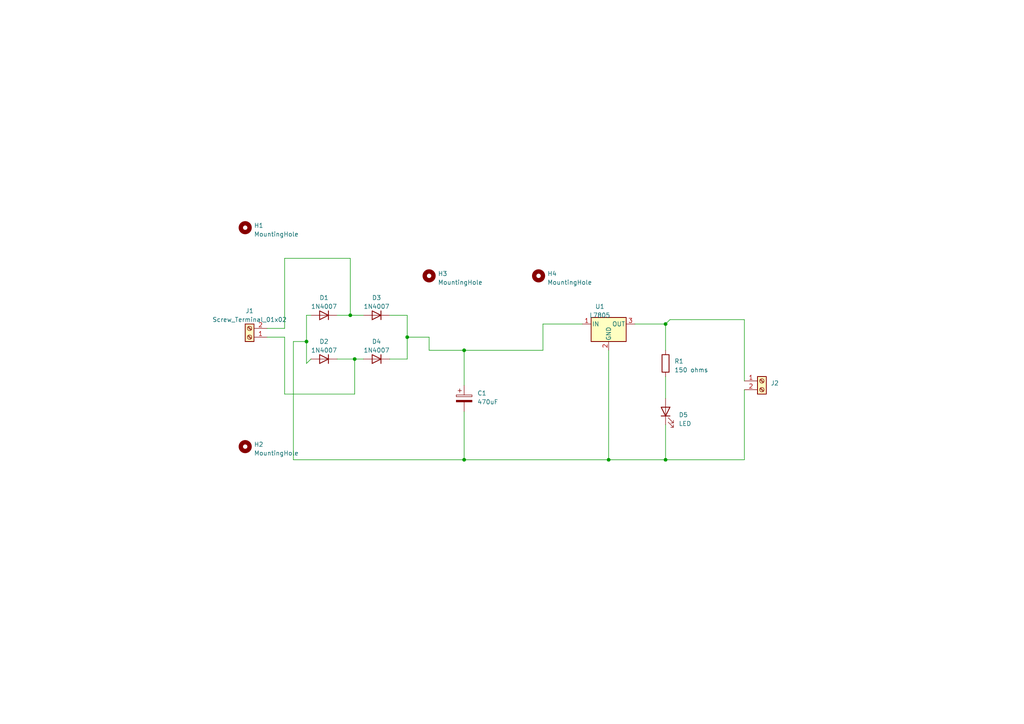
<source format=kicad_sch>
(kicad_sch (version 20231120) (generator "eeschema") (generator_version "8.0")
  (paper "A4")
  (lib_symbols
    (symbol "Connector:Screw_Terminal_01x02" (pin_names (offset 1.016) hide)
      (property "Reference" "J" (at 0 2.54 0))
      (property "Value" "Screw_Terminal_01x02" (at 0 -5.08 0))
      (symbol "Screw_Terminal_01x02_1_1"
        (rectangle (start -1.27 1.27) (end 1.27 -3.81) (stroke (width 0.254)) (fill (type background)))
        (circle (center 0 -2.54) (radius 0.635) (stroke (width 0.1524)))
        (polyline (pts (xy -0.5334 -2.2098) (xy 0.3302 -3.048)) (stroke (width 0.1524)))
        (polyline (pts (xy -0.5334 0.3302) (xy 0.3302 -0.508)) (stroke (width 0.1524)))
        (polyline (pts (xy -0.3556 -2.032) (xy 0.508 -2.8702)) (stroke (width 0.1524)))
        (polyline (pts (xy -0.3556 0.508) (xy 0.508 -0.3302)) (stroke (width 0.1524)))
        (circle (center 0 0) (radius 0.635) (stroke (width 0.1524)))
        (pin passive line (at -5.08 0 0) (length 3.81) (name "Pin_1") (number "1"))
        (pin passive line (at -5.08 -2.54 0) (length 3.81) (name "Pin_2") (number "2"))
      )
    )
    (symbol "Device:C_Polarized" (pin_numbers hide) (pin_names (offset 0.254))
      (property "Reference" "C" (at 0.635 2.54 0))
      (property "Value" "C_Polarized" (at 0.635 -2.54 0))
      (symbol "C_Polarized_0_1"
        (rectangle (start -2.286 0.508) (end 2.286 1.016))
        (polyline (pts (xy -1.778 2.286) (xy -0.762 2.286)))
        (polyline (pts (xy -1.27 2.794) (xy -1.27 1.778)))
        (rectangle (start 2.286 -0.508) (end -2.286 -1.016) (fill (type outline)))
      )
      (symbol "C_Polarized_1_1"
        (pin passive line (at 0 3.81 270) (length 2.794) (name "~") (number "1"))
        (pin passive line (at 0 -3.81 90) (length 2.794) (name "~") (number "2"))
      )
    )
    (symbol "Device:LED" (pin_numbers hide) (pin_names (offset 1.016) hide)
      (property "Reference" "D" (at 0 2.54 0))
      (property "Value" "LED" (at 0 -2.54 0))
      (symbol "LED_0_1"
        (polyline (pts (xy -1.27 -1.27) (xy -1.27 1.27)) (stroke (width 0.254)))
        (polyline (pts (xy -1.27 0) (xy 1.27 0)))
        (polyline (pts (xy 1.27 -1.27) (xy 1.27 1.27) (xy -1.27 0) (xy 1.27 -1.27)) (stroke (width 0.254)))
        (polyline (pts (xy -3.048 -0.762) (xy -4.572 -2.286) (xy -3.81 -2.286) (xy -4.572 -2.286) (xy -4.572 -1.524)))
        (polyline (pts (xy -1.778 -0.762) (xy -3.302 -2.286) (xy -2.54 -2.286) (xy -3.302 -2.286) (xy -3.302 -1.524)))
      )
      (symbol "LED_1_1"
        (pin passive line (at -3.81 0 0) (length 2.54) (name "K") (number "1"))
        (pin passive line (at 3.81 0 180) (length 2.54) (name "A") (number "2"))
      )
    )
    (symbol "Device:R" (pin_numbers hide) (pin_names (offset 0))
      (property "Reference" "R" (at 2.032 0 90))
      (property "Value" "R" (at 0 0 90))
      (symbol "R_0_1"
        (rectangle (start -1.016 -2.54) (end 1.016 2.54) (stroke (width 0.254)))
      )
      (symbol "R_1_1"
        (pin passive line (at 0 3.81 270) (length 1.27) (name "~") (number "1"))
        (pin passive line (at 0 -3.81 90) (length 1.27) (name "~") (number "2"))
      )
    )
    (symbol "Diode:1N4007" (pin_numbers hide) (pin_names hide)
      (property "Reference" "D" (at 0 2.54 0))
      (property "Value" "1N4007" (at 0 -2.54 0))
      (symbol "1N4007_0_1"
        (polyline (pts (xy -1.27 1.27) (xy -1.27 -1.27)) (stroke (width 0.254)))
        (polyline (pts (xy 1.27 0) (xy -1.27 0)))
        (polyline (pts (xy 1.27 1.27) (xy 1.27 -1.27) (xy -1.27 0) (xy 1.27 1.27)) (stroke (width 0.254)))
      )
      (symbol "1N4007_1_1"
        (pin passive line (at -3.81 0 0) (length 2.54) (name "K") (number "1"))
        (pin passive line (at 3.81 0 180) (length 2.54) (name "A") (number "2"))
      )
    )
    (symbol "Mechanical:MountingHole" (pin_names (offset 1.016))
      (property "Reference" "H" (at 0 5.08 0))
      (property "Value" "MountingHole" (at 0 3.175 0))
      (symbol "MountingHole_0_1"
        (circle (center 0 0) (radius 1.27) (stroke (width 1.27)))
      )
    )
    (symbol "Regulator_Linear:L7805" (pin_names (offset 0.254))
      (property "Reference" "U" (at -3.81 3.175 0))
      (property "Value" "L7805" (at 0 3.175 0))
      (symbol "L7805_0_1"
        (rectangle (start -5.08 1.905) (end 5.08 -5.08) (stroke (width 0.254)) (fill (type background)))
      )
      (symbol "L7805_1_1"
        (pin power_in line (at -7.62 0 0) (length 2.54) (name "IN") (number "1"))
        (pin power_in line (at 0 -7.62 90) (length 2.54) (name "GND") (number "2"))
        (pin power_out line (at 7.62 0 180) (length 2.54) (name "OUT") (number "3"))
      )
    )
  )
  (junction (at 88.9 99.06))
  (junction (at 176.53 133.35))
  (junction (at 118.11 97.79))
  (junction (at 193.04 133.35))
  (junction (at 134.62 133.35))
  (junction (at 102.87 104.14))
  (junction (at 101.6 91.44))
  (junction (at 134.62 101.6))
  (junction (at 193.04 93.98))
  (wire (pts (xy 176.53 133.35) (xy 193.04 133.35)))
  (wire (pts (xy 134.62 119.38) (xy 134.62 133.35)))
  (wire (pts (xy 101.6 91.44) (xy 105.41 91.44)))
  (wire (pts (xy 82.55 74.93) (xy 82.55 95.25)))
  (wire (pts (xy 82.55 74.93) (xy 101.6 74.93)))
  (wire (pts (xy 124.46 101.6) (xy 134.62 101.6)))
  (wire (pts (xy 184.15 93.98) (xy 193.04 93.98)))
  (wire (pts (xy 118.11 91.44) (xy 118.11 97.79)))
  (wire (pts (xy 176.53 101.6) (xy 176.53 133.35)))
  (wire (pts (xy 157.48 93.98) (xy 157.48 101.6)))
  (wire (pts (xy 85.09 133.35) (xy 134.62 133.35)))
  (wire (pts (xy 193.04 93.98) (xy 193.04 101.6)))
  (wire (pts (xy 82.55 97.79) (xy 82.55 114.3)))
  (wire (pts (xy 102.87 104.14) (xy 102.87 114.3)))
  (wire (pts (xy 97.79 91.44) (xy 101.6 91.44)))
  (wire (pts (xy 97.79 104.14) (xy 102.87 104.14)))
  (wire (pts (xy 77.47 95.25) (xy 82.55 95.25)))
  (wire (pts (xy 85.09 99.06) (xy 88.9 99.06)))
  (wire (pts (xy 85.09 99.06) (xy 85.09 133.35)))
  (wire (pts (xy 82.55 114.3) (xy 102.87 114.3)))
  (wire (pts (xy 88.9 105.41) (xy 90.17 104.14)))
  (wire (pts (xy 113.03 91.44) (xy 118.11 91.44)))
  (wire (pts (xy 88.9 91.44) (xy 88.9 99.06)))
  (wire (pts (xy 118.11 97.79) (xy 118.11 104.14)))
  (wire (pts (xy 134.62 101.6) (xy 157.48 101.6)))
  (wire (pts (xy 193.04 133.35) (xy 215.9 133.35)))
  (wire (pts (xy 134.62 133.35) (xy 176.53 133.35)))
  (wire (pts (xy 88.9 99.06) (xy 88.9 105.41)))
  (wire (pts (xy 101.6 74.93) (xy 101.6 91.44)))
  (wire (pts (xy 157.48 93.98) (xy 168.91 93.98)))
  (wire (pts (xy 215.9 92.71) (xy 215.9 110.49)))
  (wire (pts (xy 77.47 97.79) (xy 82.55 97.79)))
  (wire (pts (xy 88.9 91.44) (xy 90.17 91.44)))
  (wire (pts (xy 215.9 92.71) (xy 194.31 92.71)))
  (wire (pts (xy 118.11 97.79) (xy 124.46 97.79)))
  (wire (pts (xy 194.31 92.71) (xy 193.04 93.98)))
  (wire (pts (xy 134.62 101.6) (xy 134.62 111.76)))
  (wire (pts (xy 102.87 104.14) (xy 105.41 104.14)))
  (wire (pts (xy 193.04 109.22) (xy 193.04 115.57)))
  (wire (pts (xy 113.03 104.14) (xy 118.11 104.14)))
  (wire (pts (xy 215.9 113.03) (xy 215.9 133.35)))
  (wire (pts (xy 193.04 123.19) (xy 193.04 133.35)))
  (wire (pts (xy 124.46 97.79) (xy 124.46 101.6)))
  (symbol (lib_id "Device:C_Polarized") (at 134.62 115.57 0) (unit 1)
    (property "Reference" "C1" (at 138.43 114.046 0) (effects (justify left)))
    (property "Value" "470uF" (at 138.43 116.586 0) (effects (justify left)))
    (property "Footprint" "Capacitor_THT:C_Radial_D10.0mm_H20.0mm_P5.00mm" (effects (hide yes)))
  )
  (symbol (lib_id "Connector:Screw_Terminal_01x02") (at 72.39 97.79 180) (unit 1)
    (property "Reference" "J1" (at 72.39 90.17 0))
    (property "Value" "Screw_Terminal_01x02" (at 72.39 92.71 0))
    (property "Footprint" "TerminalBlock_Phoenix:TerminalBlock_Phoenix_MKDS-1,5-2-5.08_1x02_P5.08mm_Horizontal" (effects (hide yes)))
  )
  (symbol (lib_id "Diode:1N4007") (at 93.98 91.44 180) (unit 1)
    (property "Reference" "D1" (at 93.98 86.36 0))
    (property "Value" "1N4007" (at 93.98 88.9 0))
    (property "Footprint" "Diode_THT:D_DO-41_SOD81_P10.16mm_Horizontal" (effects (hide yes)))
    (property "Datasheet" "http://www.vishay.com/docs/88503/1n4001.pdf" (effects (hide yes)))
    (property "Sim.Device" "D" (effects (hide yes)))
    (property "Sim.Pins" "1=K 2=A" (effects (hide yes)))
  )
  (symbol (lib_id "Mechanical:MountingHole") (at 124.46 80.01 0) (unit 1)
    (property "Reference" "H3" (at 127 79.375 0) (effects (justify left)))
    (property "Value" "MountingHole" (at 127 81.915 0) (effects (justify left)))
    (property "Footprint" "MountingHole:MountingHole_2.2mm_M2_ISO7380" (effects (hide yes)))
  )
  (symbol (lib_id "Diode:1N4007") (at 109.22 91.44 180) (unit 1)
    (property "Reference" "D3" (at 109.22 86.36 0))
    (property "Value" "1N4007" (at 109.22 88.9 0))
    (property "Footprint" "Diode_THT:D_DO-41_SOD81_P10.16mm_Horizontal" (effects (hide yes)))
    (property "Datasheet" "http://www.vishay.com/docs/88503/1n4001.pdf" (effects (hide yes)))
    (property "Sim.Device" "D" (effects (hide yes)))
    (property "Sim.Pins" "1=K 2=A" (effects (hide yes)))
  )
  (symbol (lib_id "Diode:1N4007") (at 93.98 104.14 180) (unit 1)
    (property "Reference" "D2" (at 93.98 99.06 0))
    (property "Value" "1N4007" (at 93.98 101.6 0))
    (property "Footprint" "Diode_THT:D_DO-41_SOD81_P10.16mm_Horizontal" (effects (hide yes)))
    (property "Datasheet" "http://www.vishay.com/docs/88503/1n4001.pdf" (effects (hide yes)))
    (property "Sim.Device" "D" (effects (hide yes)))
    (property "Sim.Pins" "1=K 2=A" (effects (hide yes)))
  )
  (symbol (lib_id "Device:LED") (at 193.04 119.38 90) (unit 1)
    (property "Reference" "D5" (at 196.85 120.3325 90) (effects (justify right)))
    (property "Value" "LED" (at 196.85 122.8725 90) (effects (justify right)))
    (property "Footprint" "LED_THT:LED_D5.0mm" (effects (hide yes)))
  )
  (symbol (lib_id "Connector:Screw_Terminal_01x02") (at 220.98 110.49 0) (unit 1)
    (property "Reference" "J2" (at 223.52 111.125 0) (effects (justify left)))
    (property "Value" "Screw_Terminal_01x02" (effects (hide yes)))
    (property "Footprint" "TerminalBlock_Phoenix:TerminalBlock_Phoenix_MKDS-1,5-2-5.08_1x02_P5.08mm_Horizontal" (effects (hide yes)))
  )
  (symbol (lib_id "Device:R") (at 193.04 105.41 0) (unit 1)
    (property "Reference" "R1" (at 195.58 104.775 0) (effects (justify left)))
    (property "Value" "150 ohms" (at 195.58 107.315 0) (effects (justify left)))
    (property "Footprint" "Resistor_THT:R_Axial_DIN0207_L6.3mm_D2.5mm_P10.16mm_Horizontal" (effects (hide yes)))
  )
  (symbol (lib_id "Mechanical:MountingHole") (at 71.12 66.04 0) (unit 1)
    (property "Reference" "H1" (at 73.66 65.405 0) (effects (justify left)))
    (property "Value" "MountingHole" (at 73.66 67.945 0) (effects (justify left)))
    (property "Footprint" "MountingHole:MountingHole_2.2mm_M2_ISO7380" (effects (hide yes)))
  )
  (symbol (lib_id "Mechanical:MountingHole") (at 71.12 129.54 0) (unit 1)
    (property "Reference" "H2" (at 73.66 128.905 0) (effects (justify left)))
    (property "Value" "MountingHole" (at 73.66 131.445 0) (effects (justify left)))
    (property "Footprint" "MountingHole:MountingHole_2.2mm_M2_ISO7380" (effects (hide yes)))
  )
  (symbol (lib_id "Regulator_Linear:L7805") (at 176.53 93.98 0) (unit 1)
    (property "Reference" "U1" (at 173.99 88.9 0))
    (property "Value" "L7805" (at 173.99 91.44 0))
    (property "Footprint" "Package_TO_SOT_THT:TO-220-3_Vertical" (effects (hide yes)))
    (property "Datasheet" "http://www.st.com/content/ccc/resource/technical/document/datasheet/41/4f/b3/b0/12/d4/47/88/CD00000444.pdf/files/CD00000444.pdf/jcr:content/translations/en.CD00000444.pdf" (effects (hide yes)))
  )
  (symbol (lib_id "Mechanical:MountingHole") (at 156.21 80.01 0) (unit 1)
    (property "Reference" "H4" (at 158.75 79.375 0) (effects (justify left)))
    (property "Value" "MountingHole" (at 158.75 81.915 0) (effects (justify left)))
    (property "Footprint" "MountingHole:MountingHole_2.2mm_M2_ISO7380" (effects (hide yes)))
  )
  (symbol (lib_id "Diode:1N4007") (at 109.22 104.14 180) (unit 1)
    (property "Reference" "D4" (at 109.22 99.06 0))
    (property "Value" "1N4007" (at 109.22 101.6 0))
    (property "Footprint" "Diode_THT:D_DO-41_SOD81_P10.16mm_Horizontal" (effects (hide yes)))
    (property "Datasheet" "http://www.vishay.com/docs/88503/1n4001.pdf" (effects (hide yes)))
    (property "Sim.Device" "D" (effects (hide yes)))
    (property "Sim.Pins" "1=K 2=A" (effects (hide yes)))
  )
)
</source>
